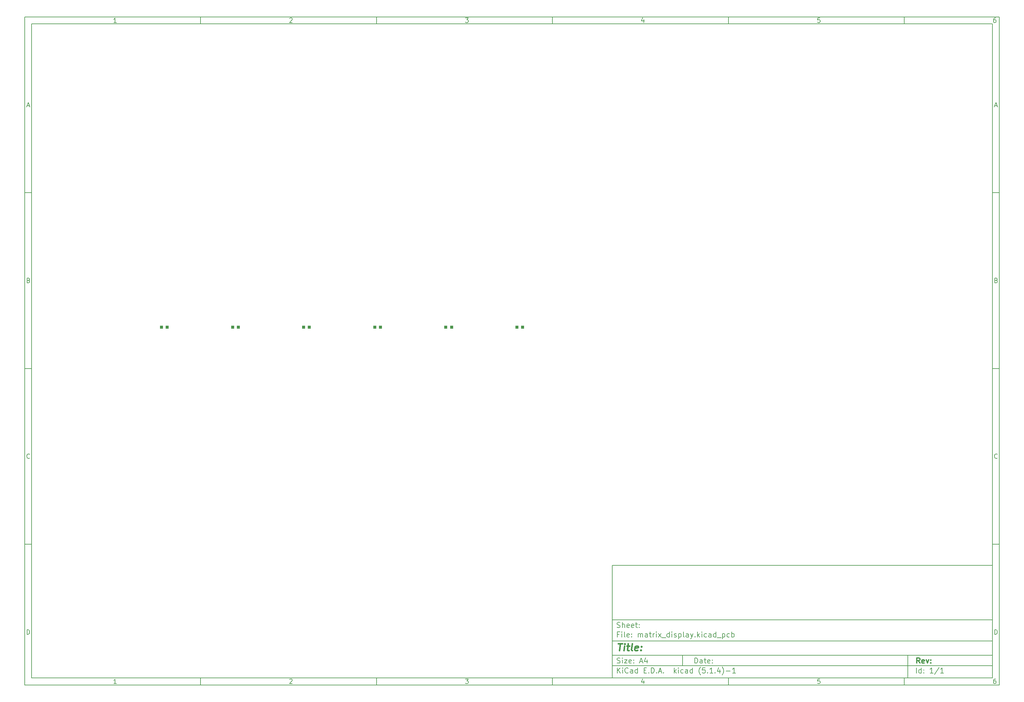
<source format=gbp>
G04 #@! TF.GenerationSoftware,KiCad,Pcbnew,(5.1.4)-1*
G04 #@! TF.CreationDate,2019-10-28T14:50:51+08:00*
G04 #@! TF.ProjectId,matrix_display,6d617472-6978-45f6-9469-73706c61792e,rev?*
G04 #@! TF.SameCoordinates,Original*
G04 #@! TF.FileFunction,Paste,Bot*
G04 #@! TF.FilePolarity,Positive*
%FSLAX46Y46*%
G04 Gerber Fmt 4.6, Leading zero omitted, Abs format (unit mm)*
G04 Created by KiCad (PCBNEW (5.1.4)-1) date 2019-10-28 14:50:51*
%MOMM*%
%LPD*%
G04 APERTURE LIST*
%ADD10C,0.150000*%
%ADD11C,0.300000*%
%ADD12C,0.400000*%
%ADD13R,0.965000X0.920000*%
G04 APERTURE END LIST*
D10*
X177002200Y-166007200D02*
X177002200Y-198007200D01*
X285002200Y-198007200D01*
X285002200Y-166007200D01*
X177002200Y-166007200D01*
X10000000Y-10000000D02*
X10000000Y-200007200D01*
X287002200Y-200007200D01*
X287002200Y-10000000D01*
X10000000Y-10000000D01*
X12000000Y-12000000D02*
X12000000Y-198007200D01*
X285002200Y-198007200D01*
X285002200Y-12000000D01*
X12000000Y-12000000D01*
X60000000Y-12000000D02*
X60000000Y-10000000D01*
X110000000Y-12000000D02*
X110000000Y-10000000D01*
X160000000Y-12000000D02*
X160000000Y-10000000D01*
X210000000Y-12000000D02*
X210000000Y-10000000D01*
X260000000Y-12000000D02*
X260000000Y-10000000D01*
X36065476Y-11588095D02*
X35322619Y-11588095D01*
X35694047Y-11588095D02*
X35694047Y-10288095D01*
X35570238Y-10473809D01*
X35446428Y-10597619D01*
X35322619Y-10659523D01*
X85322619Y-10411904D02*
X85384523Y-10350000D01*
X85508333Y-10288095D01*
X85817857Y-10288095D01*
X85941666Y-10350000D01*
X86003571Y-10411904D01*
X86065476Y-10535714D01*
X86065476Y-10659523D01*
X86003571Y-10845238D01*
X85260714Y-11588095D01*
X86065476Y-11588095D01*
X135260714Y-10288095D02*
X136065476Y-10288095D01*
X135632142Y-10783333D01*
X135817857Y-10783333D01*
X135941666Y-10845238D01*
X136003571Y-10907142D01*
X136065476Y-11030952D01*
X136065476Y-11340476D01*
X136003571Y-11464285D01*
X135941666Y-11526190D01*
X135817857Y-11588095D01*
X135446428Y-11588095D01*
X135322619Y-11526190D01*
X135260714Y-11464285D01*
X185941666Y-10721428D02*
X185941666Y-11588095D01*
X185632142Y-10226190D02*
X185322619Y-11154761D01*
X186127380Y-11154761D01*
X236003571Y-10288095D02*
X235384523Y-10288095D01*
X235322619Y-10907142D01*
X235384523Y-10845238D01*
X235508333Y-10783333D01*
X235817857Y-10783333D01*
X235941666Y-10845238D01*
X236003571Y-10907142D01*
X236065476Y-11030952D01*
X236065476Y-11340476D01*
X236003571Y-11464285D01*
X235941666Y-11526190D01*
X235817857Y-11588095D01*
X235508333Y-11588095D01*
X235384523Y-11526190D01*
X235322619Y-11464285D01*
X285941666Y-10288095D02*
X285694047Y-10288095D01*
X285570238Y-10350000D01*
X285508333Y-10411904D01*
X285384523Y-10597619D01*
X285322619Y-10845238D01*
X285322619Y-11340476D01*
X285384523Y-11464285D01*
X285446428Y-11526190D01*
X285570238Y-11588095D01*
X285817857Y-11588095D01*
X285941666Y-11526190D01*
X286003571Y-11464285D01*
X286065476Y-11340476D01*
X286065476Y-11030952D01*
X286003571Y-10907142D01*
X285941666Y-10845238D01*
X285817857Y-10783333D01*
X285570238Y-10783333D01*
X285446428Y-10845238D01*
X285384523Y-10907142D01*
X285322619Y-11030952D01*
X60000000Y-198007200D02*
X60000000Y-200007200D01*
X110000000Y-198007200D02*
X110000000Y-200007200D01*
X160000000Y-198007200D02*
X160000000Y-200007200D01*
X210000000Y-198007200D02*
X210000000Y-200007200D01*
X260000000Y-198007200D02*
X260000000Y-200007200D01*
X36065476Y-199595295D02*
X35322619Y-199595295D01*
X35694047Y-199595295D02*
X35694047Y-198295295D01*
X35570238Y-198481009D01*
X35446428Y-198604819D01*
X35322619Y-198666723D01*
X85322619Y-198419104D02*
X85384523Y-198357200D01*
X85508333Y-198295295D01*
X85817857Y-198295295D01*
X85941666Y-198357200D01*
X86003571Y-198419104D01*
X86065476Y-198542914D01*
X86065476Y-198666723D01*
X86003571Y-198852438D01*
X85260714Y-199595295D01*
X86065476Y-199595295D01*
X135260714Y-198295295D02*
X136065476Y-198295295D01*
X135632142Y-198790533D01*
X135817857Y-198790533D01*
X135941666Y-198852438D01*
X136003571Y-198914342D01*
X136065476Y-199038152D01*
X136065476Y-199347676D01*
X136003571Y-199471485D01*
X135941666Y-199533390D01*
X135817857Y-199595295D01*
X135446428Y-199595295D01*
X135322619Y-199533390D01*
X135260714Y-199471485D01*
X185941666Y-198728628D02*
X185941666Y-199595295D01*
X185632142Y-198233390D02*
X185322619Y-199161961D01*
X186127380Y-199161961D01*
X236003571Y-198295295D02*
X235384523Y-198295295D01*
X235322619Y-198914342D01*
X235384523Y-198852438D01*
X235508333Y-198790533D01*
X235817857Y-198790533D01*
X235941666Y-198852438D01*
X236003571Y-198914342D01*
X236065476Y-199038152D01*
X236065476Y-199347676D01*
X236003571Y-199471485D01*
X235941666Y-199533390D01*
X235817857Y-199595295D01*
X235508333Y-199595295D01*
X235384523Y-199533390D01*
X235322619Y-199471485D01*
X285941666Y-198295295D02*
X285694047Y-198295295D01*
X285570238Y-198357200D01*
X285508333Y-198419104D01*
X285384523Y-198604819D01*
X285322619Y-198852438D01*
X285322619Y-199347676D01*
X285384523Y-199471485D01*
X285446428Y-199533390D01*
X285570238Y-199595295D01*
X285817857Y-199595295D01*
X285941666Y-199533390D01*
X286003571Y-199471485D01*
X286065476Y-199347676D01*
X286065476Y-199038152D01*
X286003571Y-198914342D01*
X285941666Y-198852438D01*
X285817857Y-198790533D01*
X285570238Y-198790533D01*
X285446428Y-198852438D01*
X285384523Y-198914342D01*
X285322619Y-199038152D01*
X10000000Y-60000000D02*
X12000000Y-60000000D01*
X10000000Y-110000000D02*
X12000000Y-110000000D01*
X10000000Y-160000000D02*
X12000000Y-160000000D01*
X10690476Y-35216666D02*
X11309523Y-35216666D01*
X10566666Y-35588095D02*
X11000000Y-34288095D01*
X11433333Y-35588095D01*
X11092857Y-84907142D02*
X11278571Y-84969047D01*
X11340476Y-85030952D01*
X11402380Y-85154761D01*
X11402380Y-85340476D01*
X11340476Y-85464285D01*
X11278571Y-85526190D01*
X11154761Y-85588095D01*
X10659523Y-85588095D01*
X10659523Y-84288095D01*
X11092857Y-84288095D01*
X11216666Y-84350000D01*
X11278571Y-84411904D01*
X11340476Y-84535714D01*
X11340476Y-84659523D01*
X11278571Y-84783333D01*
X11216666Y-84845238D01*
X11092857Y-84907142D01*
X10659523Y-84907142D01*
X11402380Y-135464285D02*
X11340476Y-135526190D01*
X11154761Y-135588095D01*
X11030952Y-135588095D01*
X10845238Y-135526190D01*
X10721428Y-135402380D01*
X10659523Y-135278571D01*
X10597619Y-135030952D01*
X10597619Y-134845238D01*
X10659523Y-134597619D01*
X10721428Y-134473809D01*
X10845238Y-134350000D01*
X11030952Y-134288095D01*
X11154761Y-134288095D01*
X11340476Y-134350000D01*
X11402380Y-134411904D01*
X10659523Y-185588095D02*
X10659523Y-184288095D01*
X10969047Y-184288095D01*
X11154761Y-184350000D01*
X11278571Y-184473809D01*
X11340476Y-184597619D01*
X11402380Y-184845238D01*
X11402380Y-185030952D01*
X11340476Y-185278571D01*
X11278571Y-185402380D01*
X11154761Y-185526190D01*
X10969047Y-185588095D01*
X10659523Y-185588095D01*
X287002200Y-60000000D02*
X285002200Y-60000000D01*
X287002200Y-110000000D02*
X285002200Y-110000000D01*
X287002200Y-160000000D02*
X285002200Y-160000000D01*
X285692676Y-35216666D02*
X286311723Y-35216666D01*
X285568866Y-35588095D02*
X286002200Y-34288095D01*
X286435533Y-35588095D01*
X286095057Y-84907142D02*
X286280771Y-84969047D01*
X286342676Y-85030952D01*
X286404580Y-85154761D01*
X286404580Y-85340476D01*
X286342676Y-85464285D01*
X286280771Y-85526190D01*
X286156961Y-85588095D01*
X285661723Y-85588095D01*
X285661723Y-84288095D01*
X286095057Y-84288095D01*
X286218866Y-84350000D01*
X286280771Y-84411904D01*
X286342676Y-84535714D01*
X286342676Y-84659523D01*
X286280771Y-84783333D01*
X286218866Y-84845238D01*
X286095057Y-84907142D01*
X285661723Y-84907142D01*
X286404580Y-135464285D02*
X286342676Y-135526190D01*
X286156961Y-135588095D01*
X286033152Y-135588095D01*
X285847438Y-135526190D01*
X285723628Y-135402380D01*
X285661723Y-135278571D01*
X285599819Y-135030952D01*
X285599819Y-134845238D01*
X285661723Y-134597619D01*
X285723628Y-134473809D01*
X285847438Y-134350000D01*
X286033152Y-134288095D01*
X286156961Y-134288095D01*
X286342676Y-134350000D01*
X286404580Y-134411904D01*
X285661723Y-185588095D02*
X285661723Y-184288095D01*
X285971247Y-184288095D01*
X286156961Y-184350000D01*
X286280771Y-184473809D01*
X286342676Y-184597619D01*
X286404580Y-184845238D01*
X286404580Y-185030952D01*
X286342676Y-185278571D01*
X286280771Y-185402380D01*
X286156961Y-185526190D01*
X285971247Y-185588095D01*
X285661723Y-185588095D01*
X200434342Y-193785771D02*
X200434342Y-192285771D01*
X200791485Y-192285771D01*
X201005771Y-192357200D01*
X201148628Y-192500057D01*
X201220057Y-192642914D01*
X201291485Y-192928628D01*
X201291485Y-193142914D01*
X201220057Y-193428628D01*
X201148628Y-193571485D01*
X201005771Y-193714342D01*
X200791485Y-193785771D01*
X200434342Y-193785771D01*
X202577200Y-193785771D02*
X202577200Y-193000057D01*
X202505771Y-192857200D01*
X202362914Y-192785771D01*
X202077200Y-192785771D01*
X201934342Y-192857200D01*
X202577200Y-193714342D02*
X202434342Y-193785771D01*
X202077200Y-193785771D01*
X201934342Y-193714342D01*
X201862914Y-193571485D01*
X201862914Y-193428628D01*
X201934342Y-193285771D01*
X202077200Y-193214342D01*
X202434342Y-193214342D01*
X202577200Y-193142914D01*
X203077200Y-192785771D02*
X203648628Y-192785771D01*
X203291485Y-192285771D02*
X203291485Y-193571485D01*
X203362914Y-193714342D01*
X203505771Y-193785771D01*
X203648628Y-193785771D01*
X204720057Y-193714342D02*
X204577200Y-193785771D01*
X204291485Y-193785771D01*
X204148628Y-193714342D01*
X204077200Y-193571485D01*
X204077200Y-193000057D01*
X204148628Y-192857200D01*
X204291485Y-192785771D01*
X204577200Y-192785771D01*
X204720057Y-192857200D01*
X204791485Y-193000057D01*
X204791485Y-193142914D01*
X204077200Y-193285771D01*
X205434342Y-193642914D02*
X205505771Y-193714342D01*
X205434342Y-193785771D01*
X205362914Y-193714342D01*
X205434342Y-193642914D01*
X205434342Y-193785771D01*
X205434342Y-192857200D02*
X205505771Y-192928628D01*
X205434342Y-193000057D01*
X205362914Y-192928628D01*
X205434342Y-192857200D01*
X205434342Y-193000057D01*
X177002200Y-194507200D02*
X285002200Y-194507200D01*
X178434342Y-196585771D02*
X178434342Y-195085771D01*
X179291485Y-196585771D02*
X178648628Y-195728628D01*
X179291485Y-195085771D02*
X178434342Y-195942914D01*
X179934342Y-196585771D02*
X179934342Y-195585771D01*
X179934342Y-195085771D02*
X179862914Y-195157200D01*
X179934342Y-195228628D01*
X180005771Y-195157200D01*
X179934342Y-195085771D01*
X179934342Y-195228628D01*
X181505771Y-196442914D02*
X181434342Y-196514342D01*
X181220057Y-196585771D01*
X181077200Y-196585771D01*
X180862914Y-196514342D01*
X180720057Y-196371485D01*
X180648628Y-196228628D01*
X180577200Y-195942914D01*
X180577200Y-195728628D01*
X180648628Y-195442914D01*
X180720057Y-195300057D01*
X180862914Y-195157200D01*
X181077200Y-195085771D01*
X181220057Y-195085771D01*
X181434342Y-195157200D01*
X181505771Y-195228628D01*
X182791485Y-196585771D02*
X182791485Y-195800057D01*
X182720057Y-195657200D01*
X182577200Y-195585771D01*
X182291485Y-195585771D01*
X182148628Y-195657200D01*
X182791485Y-196514342D02*
X182648628Y-196585771D01*
X182291485Y-196585771D01*
X182148628Y-196514342D01*
X182077200Y-196371485D01*
X182077200Y-196228628D01*
X182148628Y-196085771D01*
X182291485Y-196014342D01*
X182648628Y-196014342D01*
X182791485Y-195942914D01*
X184148628Y-196585771D02*
X184148628Y-195085771D01*
X184148628Y-196514342D02*
X184005771Y-196585771D01*
X183720057Y-196585771D01*
X183577200Y-196514342D01*
X183505771Y-196442914D01*
X183434342Y-196300057D01*
X183434342Y-195871485D01*
X183505771Y-195728628D01*
X183577200Y-195657200D01*
X183720057Y-195585771D01*
X184005771Y-195585771D01*
X184148628Y-195657200D01*
X186005771Y-195800057D02*
X186505771Y-195800057D01*
X186720057Y-196585771D02*
X186005771Y-196585771D01*
X186005771Y-195085771D01*
X186720057Y-195085771D01*
X187362914Y-196442914D02*
X187434342Y-196514342D01*
X187362914Y-196585771D01*
X187291485Y-196514342D01*
X187362914Y-196442914D01*
X187362914Y-196585771D01*
X188077200Y-196585771D02*
X188077200Y-195085771D01*
X188434342Y-195085771D01*
X188648628Y-195157200D01*
X188791485Y-195300057D01*
X188862914Y-195442914D01*
X188934342Y-195728628D01*
X188934342Y-195942914D01*
X188862914Y-196228628D01*
X188791485Y-196371485D01*
X188648628Y-196514342D01*
X188434342Y-196585771D01*
X188077200Y-196585771D01*
X189577200Y-196442914D02*
X189648628Y-196514342D01*
X189577200Y-196585771D01*
X189505771Y-196514342D01*
X189577200Y-196442914D01*
X189577200Y-196585771D01*
X190220057Y-196157200D02*
X190934342Y-196157200D01*
X190077200Y-196585771D02*
X190577200Y-195085771D01*
X191077200Y-196585771D01*
X191577200Y-196442914D02*
X191648628Y-196514342D01*
X191577200Y-196585771D01*
X191505771Y-196514342D01*
X191577200Y-196442914D01*
X191577200Y-196585771D01*
X194577200Y-196585771D02*
X194577200Y-195085771D01*
X194720057Y-196014342D02*
X195148628Y-196585771D01*
X195148628Y-195585771D02*
X194577200Y-196157200D01*
X195791485Y-196585771D02*
X195791485Y-195585771D01*
X195791485Y-195085771D02*
X195720057Y-195157200D01*
X195791485Y-195228628D01*
X195862914Y-195157200D01*
X195791485Y-195085771D01*
X195791485Y-195228628D01*
X197148628Y-196514342D02*
X197005771Y-196585771D01*
X196720057Y-196585771D01*
X196577200Y-196514342D01*
X196505771Y-196442914D01*
X196434342Y-196300057D01*
X196434342Y-195871485D01*
X196505771Y-195728628D01*
X196577200Y-195657200D01*
X196720057Y-195585771D01*
X197005771Y-195585771D01*
X197148628Y-195657200D01*
X198434342Y-196585771D02*
X198434342Y-195800057D01*
X198362914Y-195657200D01*
X198220057Y-195585771D01*
X197934342Y-195585771D01*
X197791485Y-195657200D01*
X198434342Y-196514342D02*
X198291485Y-196585771D01*
X197934342Y-196585771D01*
X197791485Y-196514342D01*
X197720057Y-196371485D01*
X197720057Y-196228628D01*
X197791485Y-196085771D01*
X197934342Y-196014342D01*
X198291485Y-196014342D01*
X198434342Y-195942914D01*
X199791485Y-196585771D02*
X199791485Y-195085771D01*
X199791485Y-196514342D02*
X199648628Y-196585771D01*
X199362914Y-196585771D01*
X199220057Y-196514342D01*
X199148628Y-196442914D01*
X199077200Y-196300057D01*
X199077200Y-195871485D01*
X199148628Y-195728628D01*
X199220057Y-195657200D01*
X199362914Y-195585771D01*
X199648628Y-195585771D01*
X199791485Y-195657200D01*
X202077200Y-197157200D02*
X202005771Y-197085771D01*
X201862914Y-196871485D01*
X201791485Y-196728628D01*
X201720057Y-196514342D01*
X201648628Y-196157200D01*
X201648628Y-195871485D01*
X201720057Y-195514342D01*
X201791485Y-195300057D01*
X201862914Y-195157200D01*
X202005771Y-194942914D01*
X202077200Y-194871485D01*
X203362914Y-195085771D02*
X202648628Y-195085771D01*
X202577200Y-195800057D01*
X202648628Y-195728628D01*
X202791485Y-195657200D01*
X203148628Y-195657200D01*
X203291485Y-195728628D01*
X203362914Y-195800057D01*
X203434342Y-195942914D01*
X203434342Y-196300057D01*
X203362914Y-196442914D01*
X203291485Y-196514342D01*
X203148628Y-196585771D01*
X202791485Y-196585771D01*
X202648628Y-196514342D01*
X202577200Y-196442914D01*
X204077200Y-196442914D02*
X204148628Y-196514342D01*
X204077200Y-196585771D01*
X204005771Y-196514342D01*
X204077200Y-196442914D01*
X204077200Y-196585771D01*
X205577200Y-196585771D02*
X204720057Y-196585771D01*
X205148628Y-196585771D02*
X205148628Y-195085771D01*
X205005771Y-195300057D01*
X204862914Y-195442914D01*
X204720057Y-195514342D01*
X206220057Y-196442914D02*
X206291485Y-196514342D01*
X206220057Y-196585771D01*
X206148628Y-196514342D01*
X206220057Y-196442914D01*
X206220057Y-196585771D01*
X207577200Y-195585771D02*
X207577200Y-196585771D01*
X207220057Y-195014342D02*
X206862914Y-196085771D01*
X207791485Y-196085771D01*
X208220057Y-197157200D02*
X208291485Y-197085771D01*
X208434342Y-196871485D01*
X208505771Y-196728628D01*
X208577200Y-196514342D01*
X208648628Y-196157200D01*
X208648628Y-195871485D01*
X208577200Y-195514342D01*
X208505771Y-195300057D01*
X208434342Y-195157200D01*
X208291485Y-194942914D01*
X208220057Y-194871485D01*
X209362914Y-196014342D02*
X210505771Y-196014342D01*
X212005771Y-196585771D02*
X211148628Y-196585771D01*
X211577200Y-196585771D02*
X211577200Y-195085771D01*
X211434342Y-195300057D01*
X211291485Y-195442914D01*
X211148628Y-195514342D01*
X177002200Y-191507200D02*
X285002200Y-191507200D01*
D11*
X264411485Y-193785771D02*
X263911485Y-193071485D01*
X263554342Y-193785771D02*
X263554342Y-192285771D01*
X264125771Y-192285771D01*
X264268628Y-192357200D01*
X264340057Y-192428628D01*
X264411485Y-192571485D01*
X264411485Y-192785771D01*
X264340057Y-192928628D01*
X264268628Y-193000057D01*
X264125771Y-193071485D01*
X263554342Y-193071485D01*
X265625771Y-193714342D02*
X265482914Y-193785771D01*
X265197200Y-193785771D01*
X265054342Y-193714342D01*
X264982914Y-193571485D01*
X264982914Y-193000057D01*
X265054342Y-192857200D01*
X265197200Y-192785771D01*
X265482914Y-192785771D01*
X265625771Y-192857200D01*
X265697200Y-193000057D01*
X265697200Y-193142914D01*
X264982914Y-193285771D01*
X266197200Y-192785771D02*
X266554342Y-193785771D01*
X266911485Y-192785771D01*
X267482914Y-193642914D02*
X267554342Y-193714342D01*
X267482914Y-193785771D01*
X267411485Y-193714342D01*
X267482914Y-193642914D01*
X267482914Y-193785771D01*
X267482914Y-192857200D02*
X267554342Y-192928628D01*
X267482914Y-193000057D01*
X267411485Y-192928628D01*
X267482914Y-192857200D01*
X267482914Y-193000057D01*
D10*
X178362914Y-193714342D02*
X178577200Y-193785771D01*
X178934342Y-193785771D01*
X179077200Y-193714342D01*
X179148628Y-193642914D01*
X179220057Y-193500057D01*
X179220057Y-193357200D01*
X179148628Y-193214342D01*
X179077200Y-193142914D01*
X178934342Y-193071485D01*
X178648628Y-193000057D01*
X178505771Y-192928628D01*
X178434342Y-192857200D01*
X178362914Y-192714342D01*
X178362914Y-192571485D01*
X178434342Y-192428628D01*
X178505771Y-192357200D01*
X178648628Y-192285771D01*
X179005771Y-192285771D01*
X179220057Y-192357200D01*
X179862914Y-193785771D02*
X179862914Y-192785771D01*
X179862914Y-192285771D02*
X179791485Y-192357200D01*
X179862914Y-192428628D01*
X179934342Y-192357200D01*
X179862914Y-192285771D01*
X179862914Y-192428628D01*
X180434342Y-192785771D02*
X181220057Y-192785771D01*
X180434342Y-193785771D01*
X181220057Y-193785771D01*
X182362914Y-193714342D02*
X182220057Y-193785771D01*
X181934342Y-193785771D01*
X181791485Y-193714342D01*
X181720057Y-193571485D01*
X181720057Y-193000057D01*
X181791485Y-192857200D01*
X181934342Y-192785771D01*
X182220057Y-192785771D01*
X182362914Y-192857200D01*
X182434342Y-193000057D01*
X182434342Y-193142914D01*
X181720057Y-193285771D01*
X183077200Y-193642914D02*
X183148628Y-193714342D01*
X183077200Y-193785771D01*
X183005771Y-193714342D01*
X183077200Y-193642914D01*
X183077200Y-193785771D01*
X183077200Y-192857200D02*
X183148628Y-192928628D01*
X183077200Y-193000057D01*
X183005771Y-192928628D01*
X183077200Y-192857200D01*
X183077200Y-193000057D01*
X184862914Y-193357200D02*
X185577200Y-193357200D01*
X184720057Y-193785771D02*
X185220057Y-192285771D01*
X185720057Y-193785771D01*
X186862914Y-192785771D02*
X186862914Y-193785771D01*
X186505771Y-192214342D02*
X186148628Y-193285771D01*
X187077200Y-193285771D01*
X263434342Y-196585771D02*
X263434342Y-195085771D01*
X264791485Y-196585771D02*
X264791485Y-195085771D01*
X264791485Y-196514342D02*
X264648628Y-196585771D01*
X264362914Y-196585771D01*
X264220057Y-196514342D01*
X264148628Y-196442914D01*
X264077200Y-196300057D01*
X264077200Y-195871485D01*
X264148628Y-195728628D01*
X264220057Y-195657200D01*
X264362914Y-195585771D01*
X264648628Y-195585771D01*
X264791485Y-195657200D01*
X265505771Y-196442914D02*
X265577200Y-196514342D01*
X265505771Y-196585771D01*
X265434342Y-196514342D01*
X265505771Y-196442914D01*
X265505771Y-196585771D01*
X265505771Y-195657200D02*
X265577200Y-195728628D01*
X265505771Y-195800057D01*
X265434342Y-195728628D01*
X265505771Y-195657200D01*
X265505771Y-195800057D01*
X268148628Y-196585771D02*
X267291485Y-196585771D01*
X267720057Y-196585771D02*
X267720057Y-195085771D01*
X267577200Y-195300057D01*
X267434342Y-195442914D01*
X267291485Y-195514342D01*
X269862914Y-195014342D02*
X268577200Y-196942914D01*
X271148628Y-196585771D02*
X270291485Y-196585771D01*
X270720057Y-196585771D02*
X270720057Y-195085771D01*
X270577200Y-195300057D01*
X270434342Y-195442914D01*
X270291485Y-195514342D01*
X177002200Y-187507200D02*
X285002200Y-187507200D01*
D12*
X178714580Y-188211961D02*
X179857438Y-188211961D01*
X179036009Y-190211961D02*
X179286009Y-188211961D01*
X180274104Y-190211961D02*
X180440771Y-188878628D01*
X180524104Y-188211961D02*
X180416961Y-188307200D01*
X180500295Y-188402438D01*
X180607438Y-188307200D01*
X180524104Y-188211961D01*
X180500295Y-188402438D01*
X181107438Y-188878628D02*
X181869342Y-188878628D01*
X181476485Y-188211961D02*
X181262200Y-189926247D01*
X181333628Y-190116723D01*
X181512200Y-190211961D01*
X181702676Y-190211961D01*
X182655057Y-190211961D02*
X182476485Y-190116723D01*
X182405057Y-189926247D01*
X182619342Y-188211961D01*
X184190771Y-190116723D02*
X183988390Y-190211961D01*
X183607438Y-190211961D01*
X183428866Y-190116723D01*
X183357438Y-189926247D01*
X183452676Y-189164342D01*
X183571723Y-188973866D01*
X183774104Y-188878628D01*
X184155057Y-188878628D01*
X184333628Y-188973866D01*
X184405057Y-189164342D01*
X184381247Y-189354819D01*
X183405057Y-189545295D01*
X185155057Y-190021485D02*
X185238390Y-190116723D01*
X185131247Y-190211961D01*
X185047914Y-190116723D01*
X185155057Y-190021485D01*
X185131247Y-190211961D01*
X185286009Y-188973866D02*
X185369342Y-189069104D01*
X185262200Y-189164342D01*
X185178866Y-189069104D01*
X185286009Y-188973866D01*
X185262200Y-189164342D01*
D10*
X178934342Y-185600057D02*
X178434342Y-185600057D01*
X178434342Y-186385771D02*
X178434342Y-184885771D01*
X179148628Y-184885771D01*
X179720057Y-186385771D02*
X179720057Y-185385771D01*
X179720057Y-184885771D02*
X179648628Y-184957200D01*
X179720057Y-185028628D01*
X179791485Y-184957200D01*
X179720057Y-184885771D01*
X179720057Y-185028628D01*
X180648628Y-186385771D02*
X180505771Y-186314342D01*
X180434342Y-186171485D01*
X180434342Y-184885771D01*
X181791485Y-186314342D02*
X181648628Y-186385771D01*
X181362914Y-186385771D01*
X181220057Y-186314342D01*
X181148628Y-186171485D01*
X181148628Y-185600057D01*
X181220057Y-185457200D01*
X181362914Y-185385771D01*
X181648628Y-185385771D01*
X181791485Y-185457200D01*
X181862914Y-185600057D01*
X181862914Y-185742914D01*
X181148628Y-185885771D01*
X182505771Y-186242914D02*
X182577200Y-186314342D01*
X182505771Y-186385771D01*
X182434342Y-186314342D01*
X182505771Y-186242914D01*
X182505771Y-186385771D01*
X182505771Y-185457200D02*
X182577200Y-185528628D01*
X182505771Y-185600057D01*
X182434342Y-185528628D01*
X182505771Y-185457200D01*
X182505771Y-185600057D01*
X184362914Y-186385771D02*
X184362914Y-185385771D01*
X184362914Y-185528628D02*
X184434342Y-185457200D01*
X184577200Y-185385771D01*
X184791485Y-185385771D01*
X184934342Y-185457200D01*
X185005771Y-185600057D01*
X185005771Y-186385771D01*
X185005771Y-185600057D02*
X185077200Y-185457200D01*
X185220057Y-185385771D01*
X185434342Y-185385771D01*
X185577200Y-185457200D01*
X185648628Y-185600057D01*
X185648628Y-186385771D01*
X187005771Y-186385771D02*
X187005771Y-185600057D01*
X186934342Y-185457200D01*
X186791485Y-185385771D01*
X186505771Y-185385771D01*
X186362914Y-185457200D01*
X187005771Y-186314342D02*
X186862914Y-186385771D01*
X186505771Y-186385771D01*
X186362914Y-186314342D01*
X186291485Y-186171485D01*
X186291485Y-186028628D01*
X186362914Y-185885771D01*
X186505771Y-185814342D01*
X186862914Y-185814342D01*
X187005771Y-185742914D01*
X187505771Y-185385771D02*
X188077200Y-185385771D01*
X187720057Y-184885771D02*
X187720057Y-186171485D01*
X187791485Y-186314342D01*
X187934342Y-186385771D01*
X188077200Y-186385771D01*
X188577200Y-186385771D02*
X188577200Y-185385771D01*
X188577200Y-185671485D02*
X188648628Y-185528628D01*
X188720057Y-185457200D01*
X188862914Y-185385771D01*
X189005771Y-185385771D01*
X189505771Y-186385771D02*
X189505771Y-185385771D01*
X189505771Y-184885771D02*
X189434342Y-184957200D01*
X189505771Y-185028628D01*
X189577200Y-184957200D01*
X189505771Y-184885771D01*
X189505771Y-185028628D01*
X190077200Y-186385771D02*
X190862914Y-185385771D01*
X190077200Y-185385771D02*
X190862914Y-186385771D01*
X191077200Y-186528628D02*
X192220057Y-186528628D01*
X193220057Y-186385771D02*
X193220057Y-184885771D01*
X193220057Y-186314342D02*
X193077200Y-186385771D01*
X192791485Y-186385771D01*
X192648628Y-186314342D01*
X192577200Y-186242914D01*
X192505771Y-186100057D01*
X192505771Y-185671485D01*
X192577200Y-185528628D01*
X192648628Y-185457200D01*
X192791485Y-185385771D01*
X193077200Y-185385771D01*
X193220057Y-185457200D01*
X193934342Y-186385771D02*
X193934342Y-185385771D01*
X193934342Y-184885771D02*
X193862914Y-184957200D01*
X193934342Y-185028628D01*
X194005771Y-184957200D01*
X193934342Y-184885771D01*
X193934342Y-185028628D01*
X194577200Y-186314342D02*
X194720057Y-186385771D01*
X195005771Y-186385771D01*
X195148628Y-186314342D01*
X195220057Y-186171485D01*
X195220057Y-186100057D01*
X195148628Y-185957200D01*
X195005771Y-185885771D01*
X194791485Y-185885771D01*
X194648628Y-185814342D01*
X194577200Y-185671485D01*
X194577200Y-185600057D01*
X194648628Y-185457200D01*
X194791485Y-185385771D01*
X195005771Y-185385771D01*
X195148628Y-185457200D01*
X195862914Y-185385771D02*
X195862914Y-186885771D01*
X195862914Y-185457200D02*
X196005771Y-185385771D01*
X196291485Y-185385771D01*
X196434342Y-185457200D01*
X196505771Y-185528628D01*
X196577200Y-185671485D01*
X196577200Y-186100057D01*
X196505771Y-186242914D01*
X196434342Y-186314342D01*
X196291485Y-186385771D01*
X196005771Y-186385771D01*
X195862914Y-186314342D01*
X197434342Y-186385771D02*
X197291485Y-186314342D01*
X197220057Y-186171485D01*
X197220057Y-184885771D01*
X198648628Y-186385771D02*
X198648628Y-185600057D01*
X198577200Y-185457200D01*
X198434342Y-185385771D01*
X198148628Y-185385771D01*
X198005771Y-185457200D01*
X198648628Y-186314342D02*
X198505771Y-186385771D01*
X198148628Y-186385771D01*
X198005771Y-186314342D01*
X197934342Y-186171485D01*
X197934342Y-186028628D01*
X198005771Y-185885771D01*
X198148628Y-185814342D01*
X198505771Y-185814342D01*
X198648628Y-185742914D01*
X199220057Y-185385771D02*
X199577200Y-186385771D01*
X199934342Y-185385771D02*
X199577200Y-186385771D01*
X199434342Y-186742914D01*
X199362914Y-186814342D01*
X199220057Y-186885771D01*
X200505771Y-186242914D02*
X200577200Y-186314342D01*
X200505771Y-186385771D01*
X200434342Y-186314342D01*
X200505771Y-186242914D01*
X200505771Y-186385771D01*
X201220057Y-186385771D02*
X201220057Y-184885771D01*
X201362914Y-185814342D02*
X201791485Y-186385771D01*
X201791485Y-185385771D02*
X201220057Y-185957200D01*
X202434342Y-186385771D02*
X202434342Y-185385771D01*
X202434342Y-184885771D02*
X202362914Y-184957200D01*
X202434342Y-185028628D01*
X202505771Y-184957200D01*
X202434342Y-184885771D01*
X202434342Y-185028628D01*
X203791485Y-186314342D02*
X203648628Y-186385771D01*
X203362914Y-186385771D01*
X203220057Y-186314342D01*
X203148628Y-186242914D01*
X203077200Y-186100057D01*
X203077200Y-185671485D01*
X203148628Y-185528628D01*
X203220057Y-185457200D01*
X203362914Y-185385771D01*
X203648628Y-185385771D01*
X203791485Y-185457200D01*
X205077200Y-186385771D02*
X205077200Y-185600057D01*
X205005771Y-185457200D01*
X204862914Y-185385771D01*
X204577200Y-185385771D01*
X204434342Y-185457200D01*
X205077200Y-186314342D02*
X204934342Y-186385771D01*
X204577200Y-186385771D01*
X204434342Y-186314342D01*
X204362914Y-186171485D01*
X204362914Y-186028628D01*
X204434342Y-185885771D01*
X204577200Y-185814342D01*
X204934342Y-185814342D01*
X205077200Y-185742914D01*
X206434342Y-186385771D02*
X206434342Y-184885771D01*
X206434342Y-186314342D02*
X206291485Y-186385771D01*
X206005771Y-186385771D01*
X205862914Y-186314342D01*
X205791485Y-186242914D01*
X205720057Y-186100057D01*
X205720057Y-185671485D01*
X205791485Y-185528628D01*
X205862914Y-185457200D01*
X206005771Y-185385771D01*
X206291485Y-185385771D01*
X206434342Y-185457200D01*
X206791485Y-186528628D02*
X207934342Y-186528628D01*
X208291485Y-185385771D02*
X208291485Y-186885771D01*
X208291485Y-185457200D02*
X208434342Y-185385771D01*
X208720057Y-185385771D01*
X208862914Y-185457200D01*
X208934342Y-185528628D01*
X209005771Y-185671485D01*
X209005771Y-186100057D01*
X208934342Y-186242914D01*
X208862914Y-186314342D01*
X208720057Y-186385771D01*
X208434342Y-186385771D01*
X208291485Y-186314342D01*
X210291485Y-186314342D02*
X210148628Y-186385771D01*
X209862914Y-186385771D01*
X209720057Y-186314342D01*
X209648628Y-186242914D01*
X209577200Y-186100057D01*
X209577200Y-185671485D01*
X209648628Y-185528628D01*
X209720057Y-185457200D01*
X209862914Y-185385771D01*
X210148628Y-185385771D01*
X210291485Y-185457200D01*
X210934342Y-186385771D02*
X210934342Y-184885771D01*
X210934342Y-185457200D02*
X211077200Y-185385771D01*
X211362914Y-185385771D01*
X211505771Y-185457200D01*
X211577200Y-185528628D01*
X211648628Y-185671485D01*
X211648628Y-186100057D01*
X211577200Y-186242914D01*
X211505771Y-186314342D01*
X211362914Y-186385771D01*
X211077200Y-186385771D01*
X210934342Y-186314342D01*
X177002200Y-181507200D02*
X285002200Y-181507200D01*
X178362914Y-183614342D02*
X178577200Y-183685771D01*
X178934342Y-183685771D01*
X179077200Y-183614342D01*
X179148628Y-183542914D01*
X179220057Y-183400057D01*
X179220057Y-183257200D01*
X179148628Y-183114342D01*
X179077200Y-183042914D01*
X178934342Y-182971485D01*
X178648628Y-182900057D01*
X178505771Y-182828628D01*
X178434342Y-182757200D01*
X178362914Y-182614342D01*
X178362914Y-182471485D01*
X178434342Y-182328628D01*
X178505771Y-182257200D01*
X178648628Y-182185771D01*
X179005771Y-182185771D01*
X179220057Y-182257200D01*
X179862914Y-183685771D02*
X179862914Y-182185771D01*
X180505771Y-183685771D02*
X180505771Y-182900057D01*
X180434342Y-182757200D01*
X180291485Y-182685771D01*
X180077200Y-182685771D01*
X179934342Y-182757200D01*
X179862914Y-182828628D01*
X181791485Y-183614342D02*
X181648628Y-183685771D01*
X181362914Y-183685771D01*
X181220057Y-183614342D01*
X181148628Y-183471485D01*
X181148628Y-182900057D01*
X181220057Y-182757200D01*
X181362914Y-182685771D01*
X181648628Y-182685771D01*
X181791485Y-182757200D01*
X181862914Y-182900057D01*
X181862914Y-183042914D01*
X181148628Y-183185771D01*
X183077200Y-183614342D02*
X182934342Y-183685771D01*
X182648628Y-183685771D01*
X182505771Y-183614342D01*
X182434342Y-183471485D01*
X182434342Y-182900057D01*
X182505771Y-182757200D01*
X182648628Y-182685771D01*
X182934342Y-182685771D01*
X183077200Y-182757200D01*
X183148628Y-182900057D01*
X183148628Y-183042914D01*
X182434342Y-183185771D01*
X183577200Y-182685771D02*
X184148628Y-182685771D01*
X183791485Y-182185771D02*
X183791485Y-183471485D01*
X183862914Y-183614342D01*
X184005771Y-183685771D01*
X184148628Y-183685771D01*
X184648628Y-183542914D02*
X184720057Y-183614342D01*
X184648628Y-183685771D01*
X184577200Y-183614342D01*
X184648628Y-183542914D01*
X184648628Y-183685771D01*
X184648628Y-182757200D02*
X184720057Y-182828628D01*
X184648628Y-182900057D01*
X184577200Y-182828628D01*
X184648628Y-182757200D01*
X184648628Y-182900057D01*
X197002200Y-191507200D02*
X197002200Y-194507200D01*
X261002200Y-191507200D02*
X261002200Y-198007200D01*
D13*
X151520000Y-98200000D03*
X149880000Y-98200000D03*
X129680000Y-98200000D03*
X131320000Y-98200000D03*
X111120000Y-98200000D03*
X109480000Y-98200000D03*
X50520000Y-98200000D03*
X48880000Y-98200000D03*
X89280000Y-98200000D03*
X90920000Y-98200000D03*
X69080000Y-98200000D03*
X70720000Y-98200000D03*
M02*

</source>
